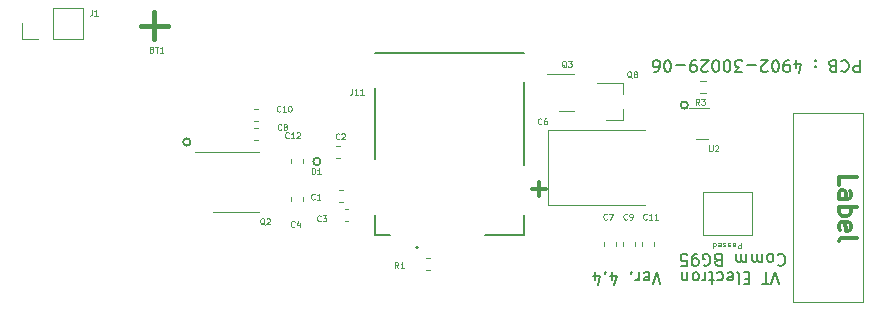
<source format=gbr>
%TF.GenerationSoftware,KiCad,Pcbnew,8.0.4*%
%TF.CreationDate,2024-09-18T13:26:39+01:00*%
%TF.ProjectId,BG95V4,42473935-5634-42e6-9b69-6361645f7063,rev?*%
%TF.SameCoordinates,Original*%
%TF.FileFunction,Legend,Top*%
%TF.FilePolarity,Positive*%
%FSLAX46Y46*%
G04 Gerber Fmt 4.6, Leading zero omitted, Abs format (unit mm)*
G04 Created by KiCad (PCBNEW 8.0.4) date 2024-09-18 13:26:39*
%MOMM*%
%LPD*%
G01*
G04 APERTURE LIST*
%ADD10C,0.200000*%
%ADD11C,0.100000*%
%ADD12C,0.300000*%
%ADD13C,0.450000*%
%ADD14C,0.120000*%
%ADD15C,0.127000*%
G04 APERTURE END LIST*
D10*
X28758047Y9398000D02*
G75*
G02*
X28137953Y9398000I-310047J0D01*
G01*
X28137953Y9398000D02*
G75*
G02*
X28758047Y9398000I310047J0D01*
G01*
X59873047Y14173200D02*
G75*
G02*
X59252953Y14173200I-310047J0D01*
G01*
X59252953Y14173200D02*
G75*
G02*
X59873047Y14173200I310047J0D01*
G01*
X17759847Y11049000D02*
G75*
G02*
X17139753Y11049000I-310047J0D01*
G01*
X17139753Y11049000D02*
G75*
G02*
X17759847Y11049000I310047J0D01*
G01*
D11*
X61137800Y6858000D02*
X65252600Y6858000D01*
X65252600Y3200400D01*
X61137800Y3200400D01*
X61137800Y6858000D01*
D10*
X74422494Y17978219D02*
X74422494Y16978219D01*
X74422494Y16978219D02*
X74041542Y16978219D01*
X74041542Y16978219D02*
X73946304Y17025838D01*
X73946304Y17025838D02*
X73898685Y17073457D01*
X73898685Y17073457D02*
X73851066Y17168695D01*
X73851066Y17168695D02*
X73851066Y17311552D01*
X73851066Y17311552D02*
X73898685Y17406790D01*
X73898685Y17406790D02*
X73946304Y17454409D01*
X73946304Y17454409D02*
X74041542Y17502028D01*
X74041542Y17502028D02*
X74422494Y17502028D01*
X72851066Y17882980D02*
X72898685Y17930600D01*
X72898685Y17930600D02*
X73041542Y17978219D01*
X73041542Y17978219D02*
X73136780Y17978219D01*
X73136780Y17978219D02*
X73279637Y17930600D01*
X73279637Y17930600D02*
X73374875Y17835361D01*
X73374875Y17835361D02*
X73422494Y17740123D01*
X73422494Y17740123D02*
X73470113Y17549647D01*
X73470113Y17549647D02*
X73470113Y17406790D01*
X73470113Y17406790D02*
X73422494Y17216314D01*
X73422494Y17216314D02*
X73374875Y17121076D01*
X73374875Y17121076D02*
X73279637Y17025838D01*
X73279637Y17025838D02*
X73136780Y16978219D01*
X73136780Y16978219D02*
X73041542Y16978219D01*
X73041542Y16978219D02*
X72898685Y17025838D01*
X72898685Y17025838D02*
X72851066Y17073457D01*
X72089161Y17454409D02*
X71946304Y17502028D01*
X71946304Y17502028D02*
X71898685Y17549647D01*
X71898685Y17549647D02*
X71851066Y17644885D01*
X71851066Y17644885D02*
X71851066Y17787742D01*
X71851066Y17787742D02*
X71898685Y17882980D01*
X71898685Y17882980D02*
X71946304Y17930600D01*
X71946304Y17930600D02*
X72041542Y17978219D01*
X72041542Y17978219D02*
X72422494Y17978219D01*
X72422494Y17978219D02*
X72422494Y16978219D01*
X72422494Y16978219D02*
X72089161Y16978219D01*
X72089161Y16978219D02*
X71993923Y17025838D01*
X71993923Y17025838D02*
X71946304Y17073457D01*
X71946304Y17073457D02*
X71898685Y17168695D01*
X71898685Y17168695D02*
X71898685Y17263933D01*
X71898685Y17263933D02*
X71946304Y17359171D01*
X71946304Y17359171D02*
X71993923Y17406790D01*
X71993923Y17406790D02*
X72089161Y17454409D01*
X72089161Y17454409D02*
X72422494Y17454409D01*
X70660589Y17882980D02*
X70612970Y17930600D01*
X70612970Y17930600D02*
X70660589Y17978219D01*
X70660589Y17978219D02*
X70708208Y17930600D01*
X70708208Y17930600D02*
X70660589Y17882980D01*
X70660589Y17882980D02*
X70660589Y17978219D01*
X70660589Y17359171D02*
X70612970Y17406790D01*
X70612970Y17406790D02*
X70660589Y17454409D01*
X70660589Y17454409D02*
X70708208Y17406790D01*
X70708208Y17406790D02*
X70660589Y17359171D01*
X70660589Y17359171D02*
X70660589Y17454409D01*
X68993923Y17311552D02*
X68993923Y17978219D01*
X69232018Y16930600D02*
X69470113Y17644885D01*
X69470113Y17644885D02*
X68851066Y17644885D01*
X68422494Y17978219D02*
X68232018Y17978219D01*
X68232018Y17978219D02*
X68136780Y17930600D01*
X68136780Y17930600D02*
X68089161Y17882980D01*
X68089161Y17882980D02*
X67993923Y17740123D01*
X67993923Y17740123D02*
X67946304Y17549647D01*
X67946304Y17549647D02*
X67946304Y17168695D01*
X67946304Y17168695D02*
X67993923Y17073457D01*
X67993923Y17073457D02*
X68041542Y17025838D01*
X68041542Y17025838D02*
X68136780Y16978219D01*
X68136780Y16978219D02*
X68327256Y16978219D01*
X68327256Y16978219D02*
X68422494Y17025838D01*
X68422494Y17025838D02*
X68470113Y17073457D01*
X68470113Y17073457D02*
X68517732Y17168695D01*
X68517732Y17168695D02*
X68517732Y17406790D01*
X68517732Y17406790D02*
X68470113Y17502028D01*
X68470113Y17502028D02*
X68422494Y17549647D01*
X68422494Y17549647D02*
X68327256Y17597266D01*
X68327256Y17597266D02*
X68136780Y17597266D01*
X68136780Y17597266D02*
X68041542Y17549647D01*
X68041542Y17549647D02*
X67993923Y17502028D01*
X67993923Y17502028D02*
X67946304Y17406790D01*
X67327256Y16978219D02*
X67232018Y16978219D01*
X67232018Y16978219D02*
X67136780Y17025838D01*
X67136780Y17025838D02*
X67089161Y17073457D01*
X67089161Y17073457D02*
X67041542Y17168695D01*
X67041542Y17168695D02*
X66993923Y17359171D01*
X66993923Y17359171D02*
X66993923Y17597266D01*
X66993923Y17597266D02*
X67041542Y17787742D01*
X67041542Y17787742D02*
X67089161Y17882980D01*
X67089161Y17882980D02*
X67136780Y17930600D01*
X67136780Y17930600D02*
X67232018Y17978219D01*
X67232018Y17978219D02*
X67327256Y17978219D01*
X67327256Y17978219D02*
X67422494Y17930600D01*
X67422494Y17930600D02*
X67470113Y17882980D01*
X67470113Y17882980D02*
X67517732Y17787742D01*
X67517732Y17787742D02*
X67565351Y17597266D01*
X67565351Y17597266D02*
X67565351Y17359171D01*
X67565351Y17359171D02*
X67517732Y17168695D01*
X67517732Y17168695D02*
X67470113Y17073457D01*
X67470113Y17073457D02*
X67422494Y17025838D01*
X67422494Y17025838D02*
X67327256Y16978219D01*
X66612970Y17073457D02*
X66565351Y17025838D01*
X66565351Y17025838D02*
X66470113Y16978219D01*
X66470113Y16978219D02*
X66232018Y16978219D01*
X66232018Y16978219D02*
X66136780Y17025838D01*
X66136780Y17025838D02*
X66089161Y17073457D01*
X66089161Y17073457D02*
X66041542Y17168695D01*
X66041542Y17168695D02*
X66041542Y17263933D01*
X66041542Y17263933D02*
X66089161Y17406790D01*
X66089161Y17406790D02*
X66660589Y17978219D01*
X66660589Y17978219D02*
X66041542Y17978219D01*
X65612970Y17597266D02*
X64851066Y17597266D01*
X64470113Y16978219D02*
X63851066Y16978219D01*
X63851066Y16978219D02*
X64184399Y17359171D01*
X64184399Y17359171D02*
X64041542Y17359171D01*
X64041542Y17359171D02*
X63946304Y17406790D01*
X63946304Y17406790D02*
X63898685Y17454409D01*
X63898685Y17454409D02*
X63851066Y17549647D01*
X63851066Y17549647D02*
X63851066Y17787742D01*
X63851066Y17787742D02*
X63898685Y17882980D01*
X63898685Y17882980D02*
X63946304Y17930600D01*
X63946304Y17930600D02*
X64041542Y17978219D01*
X64041542Y17978219D02*
X64327256Y17978219D01*
X64327256Y17978219D02*
X64422494Y17930600D01*
X64422494Y17930600D02*
X64470113Y17882980D01*
X63232018Y16978219D02*
X63136780Y16978219D01*
X63136780Y16978219D02*
X63041542Y17025838D01*
X63041542Y17025838D02*
X62993923Y17073457D01*
X62993923Y17073457D02*
X62946304Y17168695D01*
X62946304Y17168695D02*
X62898685Y17359171D01*
X62898685Y17359171D02*
X62898685Y17597266D01*
X62898685Y17597266D02*
X62946304Y17787742D01*
X62946304Y17787742D02*
X62993923Y17882980D01*
X62993923Y17882980D02*
X63041542Y17930600D01*
X63041542Y17930600D02*
X63136780Y17978219D01*
X63136780Y17978219D02*
X63232018Y17978219D01*
X63232018Y17978219D02*
X63327256Y17930600D01*
X63327256Y17930600D02*
X63374875Y17882980D01*
X63374875Y17882980D02*
X63422494Y17787742D01*
X63422494Y17787742D02*
X63470113Y17597266D01*
X63470113Y17597266D02*
X63470113Y17359171D01*
X63470113Y17359171D02*
X63422494Y17168695D01*
X63422494Y17168695D02*
X63374875Y17073457D01*
X63374875Y17073457D02*
X63327256Y17025838D01*
X63327256Y17025838D02*
X63232018Y16978219D01*
X62279637Y16978219D02*
X62184399Y16978219D01*
X62184399Y16978219D02*
X62089161Y17025838D01*
X62089161Y17025838D02*
X62041542Y17073457D01*
X62041542Y17073457D02*
X61993923Y17168695D01*
X61993923Y17168695D02*
X61946304Y17359171D01*
X61946304Y17359171D02*
X61946304Y17597266D01*
X61946304Y17597266D02*
X61993923Y17787742D01*
X61993923Y17787742D02*
X62041542Y17882980D01*
X62041542Y17882980D02*
X62089161Y17930600D01*
X62089161Y17930600D02*
X62184399Y17978219D01*
X62184399Y17978219D02*
X62279637Y17978219D01*
X62279637Y17978219D02*
X62374875Y17930600D01*
X62374875Y17930600D02*
X62422494Y17882980D01*
X62422494Y17882980D02*
X62470113Y17787742D01*
X62470113Y17787742D02*
X62517732Y17597266D01*
X62517732Y17597266D02*
X62517732Y17359171D01*
X62517732Y17359171D02*
X62470113Y17168695D01*
X62470113Y17168695D02*
X62422494Y17073457D01*
X62422494Y17073457D02*
X62374875Y17025838D01*
X62374875Y17025838D02*
X62279637Y16978219D01*
X61565351Y17073457D02*
X61517732Y17025838D01*
X61517732Y17025838D02*
X61422494Y16978219D01*
X61422494Y16978219D02*
X61184399Y16978219D01*
X61184399Y16978219D02*
X61089161Y17025838D01*
X61089161Y17025838D02*
X61041542Y17073457D01*
X61041542Y17073457D02*
X60993923Y17168695D01*
X60993923Y17168695D02*
X60993923Y17263933D01*
X60993923Y17263933D02*
X61041542Y17406790D01*
X61041542Y17406790D02*
X61612970Y17978219D01*
X61612970Y17978219D02*
X60993923Y17978219D01*
X60517732Y17978219D02*
X60327256Y17978219D01*
X60327256Y17978219D02*
X60232018Y17930600D01*
X60232018Y17930600D02*
X60184399Y17882980D01*
X60184399Y17882980D02*
X60089161Y17740123D01*
X60089161Y17740123D02*
X60041542Y17549647D01*
X60041542Y17549647D02*
X60041542Y17168695D01*
X60041542Y17168695D02*
X60089161Y17073457D01*
X60089161Y17073457D02*
X60136780Y17025838D01*
X60136780Y17025838D02*
X60232018Y16978219D01*
X60232018Y16978219D02*
X60422494Y16978219D01*
X60422494Y16978219D02*
X60517732Y17025838D01*
X60517732Y17025838D02*
X60565351Y17073457D01*
X60565351Y17073457D02*
X60612970Y17168695D01*
X60612970Y17168695D02*
X60612970Y17406790D01*
X60612970Y17406790D02*
X60565351Y17502028D01*
X60565351Y17502028D02*
X60517732Y17549647D01*
X60517732Y17549647D02*
X60422494Y17597266D01*
X60422494Y17597266D02*
X60232018Y17597266D01*
X60232018Y17597266D02*
X60136780Y17549647D01*
X60136780Y17549647D02*
X60089161Y17502028D01*
X60089161Y17502028D02*
X60041542Y17406790D01*
X59612970Y17597266D02*
X58851066Y17597266D01*
X58184399Y16978219D02*
X58089161Y16978219D01*
X58089161Y16978219D02*
X57993923Y17025838D01*
X57993923Y17025838D02*
X57946304Y17073457D01*
X57946304Y17073457D02*
X57898685Y17168695D01*
X57898685Y17168695D02*
X57851066Y17359171D01*
X57851066Y17359171D02*
X57851066Y17597266D01*
X57851066Y17597266D02*
X57898685Y17787742D01*
X57898685Y17787742D02*
X57946304Y17882980D01*
X57946304Y17882980D02*
X57993923Y17930600D01*
X57993923Y17930600D02*
X58089161Y17978219D01*
X58089161Y17978219D02*
X58184399Y17978219D01*
X58184399Y17978219D02*
X58279637Y17930600D01*
X58279637Y17930600D02*
X58327256Y17882980D01*
X58327256Y17882980D02*
X58374875Y17787742D01*
X58374875Y17787742D02*
X58422494Y17597266D01*
X58422494Y17597266D02*
X58422494Y17359171D01*
X58422494Y17359171D02*
X58374875Y17168695D01*
X58374875Y17168695D02*
X58327256Y17073457D01*
X58327256Y17073457D02*
X58279637Y17025838D01*
X58279637Y17025838D02*
X58184399Y16978219D01*
X56993923Y16978219D02*
X57184399Y16978219D01*
X57184399Y16978219D02*
X57279637Y17025838D01*
X57279637Y17025838D02*
X57327256Y17073457D01*
X57327256Y17073457D02*
X57422494Y17216314D01*
X57422494Y17216314D02*
X57470113Y17406790D01*
X57470113Y17406790D02*
X57470113Y17787742D01*
X57470113Y17787742D02*
X57422494Y17882980D01*
X57422494Y17882980D02*
X57374875Y17930600D01*
X57374875Y17930600D02*
X57279637Y17978219D01*
X57279637Y17978219D02*
X57089161Y17978219D01*
X57089161Y17978219D02*
X56993923Y17930600D01*
X56993923Y17930600D02*
X56946304Y17882980D01*
X56946304Y17882980D02*
X56898685Y17787742D01*
X56898685Y17787742D02*
X56898685Y17549647D01*
X56898685Y17549647D02*
X56946304Y17454409D01*
X56946304Y17454409D02*
X56993923Y17406790D01*
X56993923Y17406790D02*
X57089161Y17359171D01*
X57089161Y17359171D02*
X57279637Y17359171D01*
X57279637Y17359171D02*
X57374875Y17406790D01*
X57374875Y17406790D02*
X57422494Y17454409D01*
X57422494Y17454409D02*
X57470113Y17549647D01*
X67594762Y-997152D02*
X67261429Y2847D01*
X67261429Y2847D02*
X66928096Y-997152D01*
X66737619Y-997152D02*
X66166191Y-997152D01*
X66451905Y2847D02*
X66451905Y-997152D01*
X65070952Y-520962D02*
X64737619Y-520962D01*
X64594762Y2847D02*
X65070952Y2847D01*
X65070952Y2847D02*
X65070952Y-997152D01*
X65070952Y-997152D02*
X64594762Y-997152D01*
X64023333Y2847D02*
X64118571Y-44772D01*
X64118571Y-44772D02*
X64166190Y-140010D01*
X64166190Y-140010D02*
X64166190Y-997152D01*
X63261428Y-44772D02*
X63356666Y2847D01*
X63356666Y2847D02*
X63547142Y2847D01*
X63547142Y2847D02*
X63642380Y-44772D01*
X63642380Y-44772D02*
X63689999Y-140010D01*
X63689999Y-140010D02*
X63689999Y-520962D01*
X63689999Y-520962D02*
X63642380Y-616200D01*
X63642380Y-616200D02*
X63547142Y-663819D01*
X63547142Y-663819D02*
X63356666Y-663819D01*
X63356666Y-663819D02*
X63261428Y-616200D01*
X63261428Y-616200D02*
X63213809Y-520962D01*
X63213809Y-520962D02*
X63213809Y-425724D01*
X63213809Y-425724D02*
X63689999Y-330486D01*
X62356666Y-44772D02*
X62451904Y2847D01*
X62451904Y2847D02*
X62642380Y2847D01*
X62642380Y2847D02*
X62737618Y-44772D01*
X62737618Y-44772D02*
X62785237Y-92391D01*
X62785237Y-92391D02*
X62832856Y-187629D01*
X62832856Y-187629D02*
X62832856Y-473343D01*
X62832856Y-473343D02*
X62785237Y-568581D01*
X62785237Y-568581D02*
X62737618Y-616200D01*
X62737618Y-616200D02*
X62642380Y-663819D01*
X62642380Y-663819D02*
X62451904Y-663819D01*
X62451904Y-663819D02*
X62356666Y-616200D01*
X62070951Y-663819D02*
X61689999Y-663819D01*
X61928094Y-997152D02*
X61928094Y-140010D01*
X61928094Y-140010D02*
X61880475Y-44772D01*
X61880475Y-44772D02*
X61785237Y2847D01*
X61785237Y2847D02*
X61689999Y2847D01*
X61356665Y2847D02*
X61356665Y-663819D01*
X61356665Y-473343D02*
X61309046Y-568581D01*
X61309046Y-568581D02*
X61261427Y-616200D01*
X61261427Y-616200D02*
X61166189Y-663819D01*
X61166189Y-663819D02*
X61070951Y-663819D01*
X60594760Y2847D02*
X60689998Y-44772D01*
X60689998Y-44772D02*
X60737617Y-92391D01*
X60737617Y-92391D02*
X60785236Y-187629D01*
X60785236Y-187629D02*
X60785236Y-473343D01*
X60785236Y-473343D02*
X60737617Y-568581D01*
X60737617Y-568581D02*
X60689998Y-616200D01*
X60689998Y-616200D02*
X60594760Y-663819D01*
X60594760Y-663819D02*
X60451903Y-663819D01*
X60451903Y-663819D02*
X60356665Y-616200D01*
X60356665Y-616200D02*
X60309046Y-568581D01*
X60309046Y-568581D02*
X60261427Y-473343D01*
X60261427Y-473343D02*
X60261427Y-187629D01*
X60261427Y-187629D02*
X60309046Y-92391D01*
X60309046Y-92391D02*
X60356665Y-44772D01*
X60356665Y-44772D02*
X60451903Y2847D01*
X60451903Y2847D02*
X60594760Y2847D01*
X59832855Y-663819D02*
X59832855Y2847D01*
X59832855Y-568581D02*
X59785236Y-616200D01*
X59785236Y-616200D02*
X59689998Y-663819D01*
X59689998Y-663819D02*
X59547141Y-663819D01*
X59547141Y-663819D02*
X59451903Y-616200D01*
X59451903Y-616200D02*
X59404284Y-520962D01*
X59404284Y-520962D02*
X59404284Y2847D01*
X57547140Y-997152D02*
X57213807Y2847D01*
X57213807Y2847D02*
X56880474Y-997152D01*
X56166188Y-44772D02*
X56261426Y2847D01*
X56261426Y2847D02*
X56451902Y2847D01*
X56451902Y2847D02*
X56547140Y-44772D01*
X56547140Y-44772D02*
X56594759Y-140010D01*
X56594759Y-140010D02*
X56594759Y-520962D01*
X56594759Y-520962D02*
X56547140Y-616200D01*
X56547140Y-616200D02*
X56451902Y-663819D01*
X56451902Y-663819D02*
X56261426Y-663819D01*
X56261426Y-663819D02*
X56166188Y-616200D01*
X56166188Y-616200D02*
X56118569Y-520962D01*
X56118569Y-520962D02*
X56118569Y-425724D01*
X56118569Y-425724D02*
X56594759Y-330486D01*
X55689997Y2847D02*
X55689997Y-663819D01*
X55689997Y-473343D02*
X55642378Y-568581D01*
X55642378Y-568581D02*
X55594759Y-616200D01*
X55594759Y-616200D02*
X55499521Y-663819D01*
X55499521Y-663819D02*
X55404283Y-663819D01*
X55070949Y-92391D02*
X55023330Y-44772D01*
X55023330Y-44772D02*
X55070949Y2847D01*
X55070949Y2847D02*
X55118568Y-44772D01*
X55118568Y-44772D02*
X55070949Y-92391D01*
X55070949Y-92391D02*
X55070949Y2847D01*
X53404283Y-663819D02*
X53404283Y2847D01*
X53642378Y-1044772D02*
X53880473Y-330486D01*
X53880473Y-330486D02*
X53261426Y-330486D01*
X52880473Y-92391D02*
X52832854Y-44772D01*
X52832854Y-44772D02*
X52880473Y2847D01*
X52880473Y2847D02*
X52928092Y-44772D01*
X52928092Y-44772D02*
X52880473Y-92391D01*
X52880473Y-92391D02*
X52880473Y2847D01*
X51975712Y-663819D02*
X51975712Y2847D01*
X52213807Y-1044772D02*
X52451902Y-330486D01*
X52451902Y-330486D02*
X51832855Y-330486D01*
D12*
X72651471Y7389571D02*
X72651471Y8103857D01*
X72651471Y8103857D02*
X74151471Y8103857D01*
X72651471Y6246714D02*
X73437185Y6246714D01*
X73437185Y6246714D02*
X73580042Y6318142D01*
X73580042Y6318142D02*
X73651471Y6460999D01*
X73651471Y6460999D02*
X73651471Y6746714D01*
X73651471Y6746714D02*
X73580042Y6889571D01*
X72722900Y6246714D02*
X72651471Y6389571D01*
X72651471Y6389571D02*
X72651471Y6746714D01*
X72651471Y6746714D02*
X72722900Y6889571D01*
X72722900Y6889571D02*
X72865757Y6960999D01*
X72865757Y6960999D02*
X73008614Y6960999D01*
X73008614Y6960999D02*
X73151471Y6889571D01*
X73151471Y6889571D02*
X73222900Y6746714D01*
X73222900Y6746714D02*
X73222900Y6389571D01*
X73222900Y6389571D02*
X73294328Y6246714D01*
X72651471Y5532428D02*
X74151471Y5532428D01*
X73580042Y5532428D02*
X73651471Y5389571D01*
X73651471Y5389571D02*
X73651471Y5103856D01*
X73651471Y5103856D02*
X73580042Y4960999D01*
X73580042Y4960999D02*
X73508614Y4889571D01*
X73508614Y4889571D02*
X73365757Y4818142D01*
X73365757Y4818142D02*
X72937185Y4818142D01*
X72937185Y4818142D02*
X72794328Y4889571D01*
X72794328Y4889571D02*
X72722900Y4960999D01*
X72722900Y4960999D02*
X72651471Y5103856D01*
X72651471Y5103856D02*
X72651471Y5389571D01*
X72651471Y5389571D02*
X72722900Y5532428D01*
X72722900Y3603856D02*
X72651471Y3746713D01*
X72651471Y3746713D02*
X72651471Y4032428D01*
X72651471Y4032428D02*
X72722900Y4175285D01*
X72722900Y4175285D02*
X72865757Y4246713D01*
X72865757Y4246713D02*
X73437185Y4246713D01*
X73437185Y4246713D02*
X73580042Y4175285D01*
X73580042Y4175285D02*
X73651471Y4032428D01*
X73651471Y4032428D02*
X73651471Y3746713D01*
X73651471Y3746713D02*
X73580042Y3603856D01*
X73580042Y3603856D02*
X73437185Y3532428D01*
X73437185Y3532428D02*
X73294328Y3532428D01*
X73294328Y3532428D02*
X73151471Y4246713D01*
X72651471Y2675285D02*
X72722900Y2818142D01*
X72722900Y2818142D02*
X72865757Y2889571D01*
X72865757Y2889571D02*
X74151471Y2889571D01*
D11*
X64372180Y2537509D02*
X64372180Y2037509D01*
X64372180Y2037509D02*
X64181704Y2037509D01*
X64181704Y2037509D02*
X64134085Y2061319D01*
X64134085Y2061319D02*
X64110275Y2085128D01*
X64110275Y2085128D02*
X64086466Y2132747D01*
X64086466Y2132747D02*
X64086466Y2204176D01*
X64086466Y2204176D02*
X64110275Y2251795D01*
X64110275Y2251795D02*
X64134085Y2275604D01*
X64134085Y2275604D02*
X64181704Y2299414D01*
X64181704Y2299414D02*
X64372180Y2299414D01*
X63657894Y2537509D02*
X63657894Y2275604D01*
X63657894Y2275604D02*
X63681704Y2227985D01*
X63681704Y2227985D02*
X63729323Y2204176D01*
X63729323Y2204176D02*
X63824561Y2204176D01*
X63824561Y2204176D02*
X63872180Y2227985D01*
X63657894Y2513700D02*
X63705513Y2537509D01*
X63705513Y2537509D02*
X63824561Y2537509D01*
X63824561Y2537509D02*
X63872180Y2513700D01*
X63872180Y2513700D02*
X63895989Y2466080D01*
X63895989Y2466080D02*
X63895989Y2418461D01*
X63895989Y2418461D02*
X63872180Y2370842D01*
X63872180Y2370842D02*
X63824561Y2347033D01*
X63824561Y2347033D02*
X63705513Y2347033D01*
X63705513Y2347033D02*
X63657894Y2323223D01*
X63443608Y2513700D02*
X63395989Y2537509D01*
X63395989Y2537509D02*
X63300751Y2537509D01*
X63300751Y2537509D02*
X63253132Y2513700D01*
X63253132Y2513700D02*
X63229323Y2466080D01*
X63229323Y2466080D02*
X63229323Y2442271D01*
X63229323Y2442271D02*
X63253132Y2394652D01*
X63253132Y2394652D02*
X63300751Y2370842D01*
X63300751Y2370842D02*
X63372180Y2370842D01*
X63372180Y2370842D02*
X63419799Y2347033D01*
X63419799Y2347033D02*
X63443608Y2299414D01*
X63443608Y2299414D02*
X63443608Y2275604D01*
X63443608Y2275604D02*
X63419799Y2227985D01*
X63419799Y2227985D02*
X63372180Y2204176D01*
X63372180Y2204176D02*
X63300751Y2204176D01*
X63300751Y2204176D02*
X63253132Y2227985D01*
X63038846Y2513700D02*
X62991227Y2537509D01*
X62991227Y2537509D02*
X62895989Y2537509D01*
X62895989Y2537509D02*
X62848370Y2513700D01*
X62848370Y2513700D02*
X62824561Y2466080D01*
X62824561Y2466080D02*
X62824561Y2442271D01*
X62824561Y2442271D02*
X62848370Y2394652D01*
X62848370Y2394652D02*
X62895989Y2370842D01*
X62895989Y2370842D02*
X62967418Y2370842D01*
X62967418Y2370842D02*
X63015037Y2347033D01*
X63015037Y2347033D02*
X63038846Y2299414D01*
X63038846Y2299414D02*
X63038846Y2275604D01*
X63038846Y2275604D02*
X63015037Y2227985D01*
X63015037Y2227985D02*
X62967418Y2204176D01*
X62967418Y2204176D02*
X62895989Y2204176D01*
X62895989Y2204176D02*
X62848370Y2227985D01*
X62419799Y2513700D02*
X62467418Y2537509D01*
X62467418Y2537509D02*
X62562656Y2537509D01*
X62562656Y2537509D02*
X62610275Y2513700D01*
X62610275Y2513700D02*
X62634084Y2466080D01*
X62634084Y2466080D02*
X62634084Y2275604D01*
X62634084Y2275604D02*
X62610275Y2227985D01*
X62610275Y2227985D02*
X62562656Y2204176D01*
X62562656Y2204176D02*
X62467418Y2204176D01*
X62467418Y2204176D02*
X62419799Y2227985D01*
X62419799Y2227985D02*
X62395989Y2275604D01*
X62395989Y2275604D02*
X62395989Y2323223D01*
X62395989Y2323223D02*
X62634084Y2370842D01*
X61967418Y2537509D02*
X61967418Y2037509D01*
X61967418Y2513700D02*
X62015037Y2537509D01*
X62015037Y2537509D02*
X62110275Y2537509D01*
X62110275Y2537509D02*
X62157894Y2513700D01*
X62157894Y2513700D02*
X62181704Y2489890D01*
X62181704Y2489890D02*
X62205513Y2442271D01*
X62205513Y2442271D02*
X62205513Y2299414D01*
X62205513Y2299414D02*
X62181704Y2251795D01*
X62181704Y2251795D02*
X62157894Y2227985D01*
X62157894Y2227985D02*
X62110275Y2204176D01*
X62110275Y2204176D02*
X62015037Y2204176D01*
X62015037Y2204176D02*
X61967418Y2227985D01*
D10*
X67487323Y1482408D02*
X67534942Y1530028D01*
X67534942Y1530028D02*
X67677799Y1577647D01*
X67677799Y1577647D02*
X67773037Y1577647D01*
X67773037Y1577647D02*
X67915894Y1530028D01*
X67915894Y1530028D02*
X68011132Y1434789D01*
X68011132Y1434789D02*
X68058751Y1339551D01*
X68058751Y1339551D02*
X68106370Y1149075D01*
X68106370Y1149075D02*
X68106370Y1006218D01*
X68106370Y1006218D02*
X68058751Y815742D01*
X68058751Y815742D02*
X68011132Y720504D01*
X68011132Y720504D02*
X67915894Y625266D01*
X67915894Y625266D02*
X67773037Y577647D01*
X67773037Y577647D02*
X67677799Y577647D01*
X67677799Y577647D02*
X67534942Y625266D01*
X67534942Y625266D02*
X67487323Y672885D01*
X66915894Y1577647D02*
X67011132Y1530028D01*
X67011132Y1530028D02*
X67058751Y1482408D01*
X67058751Y1482408D02*
X67106370Y1387170D01*
X67106370Y1387170D02*
X67106370Y1101456D01*
X67106370Y1101456D02*
X67058751Y1006218D01*
X67058751Y1006218D02*
X67011132Y958599D01*
X67011132Y958599D02*
X66915894Y910980D01*
X66915894Y910980D02*
X66773037Y910980D01*
X66773037Y910980D02*
X66677799Y958599D01*
X66677799Y958599D02*
X66630180Y1006218D01*
X66630180Y1006218D02*
X66582561Y1101456D01*
X66582561Y1101456D02*
X66582561Y1387170D01*
X66582561Y1387170D02*
X66630180Y1482408D01*
X66630180Y1482408D02*
X66677799Y1530028D01*
X66677799Y1530028D02*
X66773037Y1577647D01*
X66773037Y1577647D02*
X66915894Y1577647D01*
X66153989Y1577647D02*
X66153989Y910980D01*
X66153989Y1006218D02*
X66106370Y958599D01*
X66106370Y958599D02*
X66011132Y910980D01*
X66011132Y910980D02*
X65868275Y910980D01*
X65868275Y910980D02*
X65773037Y958599D01*
X65773037Y958599D02*
X65725418Y1053837D01*
X65725418Y1053837D02*
X65725418Y1577647D01*
X65725418Y1053837D02*
X65677799Y958599D01*
X65677799Y958599D02*
X65582561Y910980D01*
X65582561Y910980D02*
X65439704Y910980D01*
X65439704Y910980D02*
X65344465Y958599D01*
X65344465Y958599D02*
X65296846Y1053837D01*
X65296846Y1053837D02*
X65296846Y1577647D01*
X64820656Y1577647D02*
X64820656Y910980D01*
X64820656Y1006218D02*
X64773037Y958599D01*
X64773037Y958599D02*
X64677799Y910980D01*
X64677799Y910980D02*
X64534942Y910980D01*
X64534942Y910980D02*
X64439704Y958599D01*
X64439704Y958599D02*
X64392085Y1053837D01*
X64392085Y1053837D02*
X64392085Y1577647D01*
X64392085Y1053837D02*
X64344466Y958599D01*
X64344466Y958599D02*
X64249228Y910980D01*
X64249228Y910980D02*
X64106371Y910980D01*
X64106371Y910980D02*
X64011132Y958599D01*
X64011132Y958599D02*
X63963513Y1053837D01*
X63963513Y1053837D02*
X63963513Y1577647D01*
X62392085Y1053837D02*
X62249228Y1101456D01*
X62249228Y1101456D02*
X62201609Y1149075D01*
X62201609Y1149075D02*
X62153990Y1244313D01*
X62153990Y1244313D02*
X62153990Y1387170D01*
X62153990Y1387170D02*
X62201609Y1482408D01*
X62201609Y1482408D02*
X62249228Y1530028D01*
X62249228Y1530028D02*
X62344466Y1577647D01*
X62344466Y1577647D02*
X62725418Y1577647D01*
X62725418Y1577647D02*
X62725418Y577647D01*
X62725418Y577647D02*
X62392085Y577647D01*
X62392085Y577647D02*
X62296847Y625266D01*
X62296847Y625266D02*
X62249228Y672885D01*
X62249228Y672885D02*
X62201609Y768123D01*
X62201609Y768123D02*
X62201609Y863361D01*
X62201609Y863361D02*
X62249228Y958599D01*
X62249228Y958599D02*
X62296847Y1006218D01*
X62296847Y1006218D02*
X62392085Y1053837D01*
X62392085Y1053837D02*
X62725418Y1053837D01*
X61201609Y625266D02*
X61296847Y577647D01*
X61296847Y577647D02*
X61439704Y577647D01*
X61439704Y577647D02*
X61582561Y625266D01*
X61582561Y625266D02*
X61677799Y720504D01*
X61677799Y720504D02*
X61725418Y815742D01*
X61725418Y815742D02*
X61773037Y1006218D01*
X61773037Y1006218D02*
X61773037Y1149075D01*
X61773037Y1149075D02*
X61725418Y1339551D01*
X61725418Y1339551D02*
X61677799Y1434789D01*
X61677799Y1434789D02*
X61582561Y1530028D01*
X61582561Y1530028D02*
X61439704Y1577647D01*
X61439704Y1577647D02*
X61344466Y1577647D01*
X61344466Y1577647D02*
X61201609Y1530028D01*
X61201609Y1530028D02*
X61153990Y1482408D01*
X61153990Y1482408D02*
X61153990Y1149075D01*
X61153990Y1149075D02*
X61344466Y1149075D01*
X60677799Y1577647D02*
X60487323Y1577647D01*
X60487323Y1577647D02*
X60392085Y1530028D01*
X60392085Y1530028D02*
X60344466Y1482408D01*
X60344466Y1482408D02*
X60249228Y1339551D01*
X60249228Y1339551D02*
X60201609Y1149075D01*
X60201609Y1149075D02*
X60201609Y768123D01*
X60201609Y768123D02*
X60249228Y672885D01*
X60249228Y672885D02*
X60296847Y625266D01*
X60296847Y625266D02*
X60392085Y577647D01*
X60392085Y577647D02*
X60582561Y577647D01*
X60582561Y577647D02*
X60677799Y625266D01*
X60677799Y625266D02*
X60725418Y672885D01*
X60725418Y672885D02*
X60773037Y768123D01*
X60773037Y768123D02*
X60773037Y1006218D01*
X60773037Y1006218D02*
X60725418Y1101456D01*
X60725418Y1101456D02*
X60677799Y1149075D01*
X60677799Y1149075D02*
X60582561Y1196694D01*
X60582561Y1196694D02*
X60392085Y1196694D01*
X60392085Y1196694D02*
X60296847Y1149075D01*
X60296847Y1149075D02*
X60249228Y1101456D01*
X60249228Y1101456D02*
X60201609Y1006218D01*
X59296847Y577647D02*
X59773037Y577647D01*
X59773037Y577647D02*
X59820656Y1053837D01*
X59820656Y1053837D02*
X59773037Y1006218D01*
X59773037Y1006218D02*
X59677799Y958599D01*
X59677799Y958599D02*
X59439704Y958599D01*
X59439704Y958599D02*
X59344466Y1006218D01*
X59344466Y1006218D02*
X59296847Y1053837D01*
X59296847Y1053837D02*
X59249228Y1149075D01*
X59249228Y1149075D02*
X59249228Y1387170D01*
X59249228Y1387170D02*
X59296847Y1482408D01*
X59296847Y1482408D02*
X59344466Y1530028D01*
X59344466Y1530028D02*
X59439704Y1577647D01*
X59439704Y1577647D02*
X59677799Y1577647D01*
X59677799Y1577647D02*
X59773037Y1530028D01*
X59773037Y1530028D02*
X59820656Y1482408D01*
D12*
X46672571Y7055900D02*
X47815429Y7055900D01*
X47244000Y6484471D02*
X47244000Y7627328D01*
D11*
X28263066Y6222309D02*
X28239257Y6198500D01*
X28239257Y6198500D02*
X28167828Y6174690D01*
X28167828Y6174690D02*
X28120209Y6174690D01*
X28120209Y6174690D02*
X28048781Y6198500D01*
X28048781Y6198500D02*
X28001162Y6246119D01*
X28001162Y6246119D02*
X27977352Y6293738D01*
X27977352Y6293738D02*
X27953543Y6388976D01*
X27953543Y6388976D02*
X27953543Y6460404D01*
X27953543Y6460404D02*
X27977352Y6555642D01*
X27977352Y6555642D02*
X28001162Y6603261D01*
X28001162Y6603261D02*
X28048781Y6650880D01*
X28048781Y6650880D02*
X28120209Y6674690D01*
X28120209Y6674690D02*
X28167828Y6674690D01*
X28167828Y6674690D02*
X28239257Y6650880D01*
X28239257Y6650880D02*
X28263066Y6627071D01*
X28739257Y6174690D02*
X28453543Y6174690D01*
X28596400Y6174690D02*
X28596400Y6674690D01*
X28596400Y6674690D02*
X28548781Y6603261D01*
X28548781Y6603261D02*
X28501162Y6555642D01*
X28501162Y6555642D02*
X28453543Y6531833D01*
X30345866Y11327709D02*
X30322057Y11303900D01*
X30322057Y11303900D02*
X30250628Y11280090D01*
X30250628Y11280090D02*
X30203009Y11280090D01*
X30203009Y11280090D02*
X30131581Y11303900D01*
X30131581Y11303900D02*
X30083962Y11351519D01*
X30083962Y11351519D02*
X30060152Y11399138D01*
X30060152Y11399138D02*
X30036343Y11494376D01*
X30036343Y11494376D02*
X30036343Y11565804D01*
X30036343Y11565804D02*
X30060152Y11661042D01*
X30060152Y11661042D02*
X30083962Y11708661D01*
X30083962Y11708661D02*
X30131581Y11756280D01*
X30131581Y11756280D02*
X30203009Y11780090D01*
X30203009Y11780090D02*
X30250628Y11780090D01*
X30250628Y11780090D02*
X30322057Y11756280D01*
X30322057Y11756280D02*
X30345866Y11732471D01*
X30536343Y11732471D02*
X30560152Y11756280D01*
X30560152Y11756280D02*
X30607771Y11780090D01*
X30607771Y11780090D02*
X30726819Y11780090D01*
X30726819Y11780090D02*
X30774438Y11756280D01*
X30774438Y11756280D02*
X30798247Y11732471D01*
X30798247Y11732471D02*
X30822057Y11684852D01*
X30822057Y11684852D02*
X30822057Y11637233D01*
X30822057Y11637233D02*
X30798247Y11565804D01*
X30798247Y11565804D02*
X30512533Y11280090D01*
X30512533Y11280090D02*
X30822057Y11280090D01*
X28771066Y4393509D02*
X28747257Y4369700D01*
X28747257Y4369700D02*
X28675828Y4345890D01*
X28675828Y4345890D02*
X28628209Y4345890D01*
X28628209Y4345890D02*
X28556781Y4369700D01*
X28556781Y4369700D02*
X28509162Y4417319D01*
X28509162Y4417319D02*
X28485352Y4464938D01*
X28485352Y4464938D02*
X28461543Y4560176D01*
X28461543Y4560176D02*
X28461543Y4631604D01*
X28461543Y4631604D02*
X28485352Y4726842D01*
X28485352Y4726842D02*
X28509162Y4774461D01*
X28509162Y4774461D02*
X28556781Y4822080D01*
X28556781Y4822080D02*
X28628209Y4845890D01*
X28628209Y4845890D02*
X28675828Y4845890D01*
X28675828Y4845890D02*
X28747257Y4822080D01*
X28747257Y4822080D02*
X28771066Y4798271D01*
X28937733Y4845890D02*
X29247257Y4845890D01*
X29247257Y4845890D02*
X29080590Y4655414D01*
X29080590Y4655414D02*
X29152019Y4655414D01*
X29152019Y4655414D02*
X29199638Y4631604D01*
X29199638Y4631604D02*
X29223447Y4607795D01*
X29223447Y4607795D02*
X29247257Y4560176D01*
X29247257Y4560176D02*
X29247257Y4441128D01*
X29247257Y4441128D02*
X29223447Y4393509D01*
X29223447Y4393509D02*
X29199638Y4369700D01*
X29199638Y4369700D02*
X29152019Y4345890D01*
X29152019Y4345890D02*
X29009162Y4345890D01*
X29009162Y4345890D02*
X28961543Y4369700D01*
X28961543Y4369700D02*
X28937733Y4393509D01*
X26561266Y3910909D02*
X26537457Y3887100D01*
X26537457Y3887100D02*
X26466028Y3863290D01*
X26466028Y3863290D02*
X26418409Y3863290D01*
X26418409Y3863290D02*
X26346981Y3887100D01*
X26346981Y3887100D02*
X26299362Y3934719D01*
X26299362Y3934719D02*
X26275552Y3982338D01*
X26275552Y3982338D02*
X26251743Y4077576D01*
X26251743Y4077576D02*
X26251743Y4149004D01*
X26251743Y4149004D02*
X26275552Y4244242D01*
X26275552Y4244242D02*
X26299362Y4291861D01*
X26299362Y4291861D02*
X26346981Y4339480D01*
X26346981Y4339480D02*
X26418409Y4363290D01*
X26418409Y4363290D02*
X26466028Y4363290D01*
X26466028Y4363290D02*
X26537457Y4339480D01*
X26537457Y4339480D02*
X26561266Y4315671D01*
X26989838Y4196623D02*
X26989838Y3863290D01*
X26870790Y4387100D02*
X26751743Y4029957D01*
X26751743Y4029957D02*
X27061266Y4029957D01*
X47465466Y12597709D02*
X47441657Y12573900D01*
X47441657Y12573900D02*
X47370228Y12550090D01*
X47370228Y12550090D02*
X47322609Y12550090D01*
X47322609Y12550090D02*
X47251181Y12573900D01*
X47251181Y12573900D02*
X47203562Y12621519D01*
X47203562Y12621519D02*
X47179752Y12669138D01*
X47179752Y12669138D02*
X47155943Y12764376D01*
X47155943Y12764376D02*
X47155943Y12835804D01*
X47155943Y12835804D02*
X47179752Y12931042D01*
X47179752Y12931042D02*
X47203562Y12978661D01*
X47203562Y12978661D02*
X47251181Y13026280D01*
X47251181Y13026280D02*
X47322609Y13050090D01*
X47322609Y13050090D02*
X47370228Y13050090D01*
X47370228Y13050090D02*
X47441657Y13026280D01*
X47441657Y13026280D02*
X47465466Y13002471D01*
X47894038Y13050090D02*
X47798800Y13050090D01*
X47798800Y13050090D02*
X47751181Y13026280D01*
X47751181Y13026280D02*
X47727371Y13002471D01*
X47727371Y13002471D02*
X47679752Y12931042D01*
X47679752Y12931042D02*
X47655943Y12835804D01*
X47655943Y12835804D02*
X47655943Y12645328D01*
X47655943Y12645328D02*
X47679752Y12597709D01*
X47679752Y12597709D02*
X47703562Y12573900D01*
X47703562Y12573900D02*
X47751181Y12550090D01*
X47751181Y12550090D02*
X47846419Y12550090D01*
X47846419Y12550090D02*
X47894038Y12573900D01*
X47894038Y12573900D02*
X47917847Y12597709D01*
X47917847Y12597709D02*
X47941657Y12645328D01*
X47941657Y12645328D02*
X47941657Y12764376D01*
X47941657Y12764376D02*
X47917847Y12811995D01*
X47917847Y12811995D02*
X47894038Y12835804D01*
X47894038Y12835804D02*
X47846419Y12859614D01*
X47846419Y12859614D02*
X47751181Y12859614D01*
X47751181Y12859614D02*
X47703562Y12835804D01*
X47703562Y12835804D02*
X47679752Y12811995D01*
X47679752Y12811995D02*
X47655943Y12764376D01*
X53016666Y4521509D02*
X52992857Y4497700D01*
X52992857Y4497700D02*
X52921428Y4473890D01*
X52921428Y4473890D02*
X52873809Y4473890D01*
X52873809Y4473890D02*
X52802381Y4497700D01*
X52802381Y4497700D02*
X52754762Y4545319D01*
X52754762Y4545319D02*
X52730952Y4592938D01*
X52730952Y4592938D02*
X52707143Y4688176D01*
X52707143Y4688176D02*
X52707143Y4759604D01*
X52707143Y4759604D02*
X52730952Y4854842D01*
X52730952Y4854842D02*
X52754762Y4902461D01*
X52754762Y4902461D02*
X52802381Y4950080D01*
X52802381Y4950080D02*
X52873809Y4973890D01*
X52873809Y4973890D02*
X52921428Y4973890D01*
X52921428Y4973890D02*
X52992857Y4950080D01*
X52992857Y4950080D02*
X53016666Y4926271D01*
X53183333Y4973890D02*
X53516666Y4973890D01*
X53516666Y4973890D02*
X53302381Y4473890D01*
X25443666Y12115109D02*
X25419857Y12091300D01*
X25419857Y12091300D02*
X25348428Y12067490D01*
X25348428Y12067490D02*
X25300809Y12067490D01*
X25300809Y12067490D02*
X25229381Y12091300D01*
X25229381Y12091300D02*
X25181762Y12138919D01*
X25181762Y12138919D02*
X25157952Y12186538D01*
X25157952Y12186538D02*
X25134143Y12281776D01*
X25134143Y12281776D02*
X25134143Y12353204D01*
X25134143Y12353204D02*
X25157952Y12448442D01*
X25157952Y12448442D02*
X25181762Y12496061D01*
X25181762Y12496061D02*
X25229381Y12543680D01*
X25229381Y12543680D02*
X25300809Y12567490D01*
X25300809Y12567490D02*
X25348428Y12567490D01*
X25348428Y12567490D02*
X25419857Y12543680D01*
X25419857Y12543680D02*
X25443666Y12519871D01*
X25729381Y12353204D02*
X25681762Y12377014D01*
X25681762Y12377014D02*
X25657952Y12400823D01*
X25657952Y12400823D02*
X25634143Y12448442D01*
X25634143Y12448442D02*
X25634143Y12472252D01*
X25634143Y12472252D02*
X25657952Y12519871D01*
X25657952Y12519871D02*
X25681762Y12543680D01*
X25681762Y12543680D02*
X25729381Y12567490D01*
X25729381Y12567490D02*
X25824619Y12567490D01*
X25824619Y12567490D02*
X25872238Y12543680D01*
X25872238Y12543680D02*
X25896047Y12519871D01*
X25896047Y12519871D02*
X25919857Y12472252D01*
X25919857Y12472252D02*
X25919857Y12448442D01*
X25919857Y12448442D02*
X25896047Y12400823D01*
X25896047Y12400823D02*
X25872238Y12377014D01*
X25872238Y12377014D02*
X25824619Y12353204D01*
X25824619Y12353204D02*
X25729381Y12353204D01*
X25729381Y12353204D02*
X25681762Y12329395D01*
X25681762Y12329395D02*
X25657952Y12305585D01*
X25657952Y12305585D02*
X25634143Y12257966D01*
X25634143Y12257966D02*
X25634143Y12162728D01*
X25634143Y12162728D02*
X25657952Y12115109D01*
X25657952Y12115109D02*
X25681762Y12091300D01*
X25681762Y12091300D02*
X25729381Y12067490D01*
X25729381Y12067490D02*
X25824619Y12067490D01*
X25824619Y12067490D02*
X25872238Y12091300D01*
X25872238Y12091300D02*
X25896047Y12115109D01*
X25896047Y12115109D02*
X25919857Y12162728D01*
X25919857Y12162728D02*
X25919857Y12257966D01*
X25919857Y12257966D02*
X25896047Y12305585D01*
X25896047Y12305585D02*
X25872238Y12329395D01*
X25872238Y12329395D02*
X25824619Y12353204D01*
X54716666Y4521509D02*
X54692857Y4497700D01*
X54692857Y4497700D02*
X54621428Y4473890D01*
X54621428Y4473890D02*
X54573809Y4473890D01*
X54573809Y4473890D02*
X54502381Y4497700D01*
X54502381Y4497700D02*
X54454762Y4545319D01*
X54454762Y4545319D02*
X54430952Y4592938D01*
X54430952Y4592938D02*
X54407143Y4688176D01*
X54407143Y4688176D02*
X54407143Y4759604D01*
X54407143Y4759604D02*
X54430952Y4854842D01*
X54430952Y4854842D02*
X54454762Y4902461D01*
X54454762Y4902461D02*
X54502381Y4950080D01*
X54502381Y4950080D02*
X54573809Y4973890D01*
X54573809Y4973890D02*
X54621428Y4973890D01*
X54621428Y4973890D02*
X54692857Y4950080D01*
X54692857Y4950080D02*
X54716666Y4926271D01*
X54954762Y4473890D02*
X55050000Y4473890D01*
X55050000Y4473890D02*
X55097619Y4497700D01*
X55097619Y4497700D02*
X55121428Y4521509D01*
X55121428Y4521509D02*
X55169047Y4592938D01*
X55169047Y4592938D02*
X55192857Y4688176D01*
X55192857Y4688176D02*
X55192857Y4878652D01*
X55192857Y4878652D02*
X55169047Y4926271D01*
X55169047Y4926271D02*
X55145238Y4950080D01*
X55145238Y4950080D02*
X55097619Y4973890D01*
X55097619Y4973890D02*
X55002381Y4973890D01*
X55002381Y4973890D02*
X54954762Y4950080D01*
X54954762Y4950080D02*
X54930952Y4926271D01*
X54930952Y4926271D02*
X54907143Y4878652D01*
X54907143Y4878652D02*
X54907143Y4759604D01*
X54907143Y4759604D02*
X54930952Y4711985D01*
X54930952Y4711985D02*
X54954762Y4688176D01*
X54954762Y4688176D02*
X55002381Y4664366D01*
X55002381Y4664366D02*
X55097619Y4664366D01*
X55097619Y4664366D02*
X55145238Y4688176D01*
X55145238Y4688176D02*
X55169047Y4711985D01*
X55169047Y4711985D02*
X55192857Y4759604D01*
X25357971Y13664509D02*
X25334162Y13640700D01*
X25334162Y13640700D02*
X25262733Y13616890D01*
X25262733Y13616890D02*
X25215114Y13616890D01*
X25215114Y13616890D02*
X25143686Y13640700D01*
X25143686Y13640700D02*
X25096067Y13688319D01*
X25096067Y13688319D02*
X25072257Y13735938D01*
X25072257Y13735938D02*
X25048448Y13831176D01*
X25048448Y13831176D02*
X25048448Y13902604D01*
X25048448Y13902604D02*
X25072257Y13997842D01*
X25072257Y13997842D02*
X25096067Y14045461D01*
X25096067Y14045461D02*
X25143686Y14093080D01*
X25143686Y14093080D02*
X25215114Y14116890D01*
X25215114Y14116890D02*
X25262733Y14116890D01*
X25262733Y14116890D02*
X25334162Y14093080D01*
X25334162Y14093080D02*
X25357971Y14069271D01*
X25834162Y13616890D02*
X25548448Y13616890D01*
X25691305Y13616890D02*
X25691305Y14116890D01*
X25691305Y14116890D02*
X25643686Y14045461D01*
X25643686Y14045461D02*
X25596067Y13997842D01*
X25596067Y13997842D02*
X25548448Y13974033D01*
X26143685Y14116890D02*
X26191304Y14116890D01*
X26191304Y14116890D02*
X26238923Y14093080D01*
X26238923Y14093080D02*
X26262733Y14069271D01*
X26262733Y14069271D02*
X26286542Y14021652D01*
X26286542Y14021652D02*
X26310352Y13926414D01*
X26310352Y13926414D02*
X26310352Y13807366D01*
X26310352Y13807366D02*
X26286542Y13712128D01*
X26286542Y13712128D02*
X26262733Y13664509D01*
X26262733Y13664509D02*
X26238923Y13640700D01*
X26238923Y13640700D02*
X26191304Y13616890D01*
X26191304Y13616890D02*
X26143685Y13616890D01*
X26143685Y13616890D02*
X26096066Y13640700D01*
X26096066Y13640700D02*
X26072257Y13664509D01*
X26072257Y13664509D02*
X26048447Y13712128D01*
X26048447Y13712128D02*
X26024638Y13807366D01*
X26024638Y13807366D02*
X26024638Y13926414D01*
X26024638Y13926414D02*
X26048447Y14021652D01*
X26048447Y14021652D02*
X26072257Y14069271D01*
X26072257Y14069271D02*
X26096066Y14093080D01*
X26096066Y14093080D02*
X26143685Y14116890D01*
X56378571Y4521509D02*
X56354762Y4497700D01*
X56354762Y4497700D02*
X56283333Y4473890D01*
X56283333Y4473890D02*
X56235714Y4473890D01*
X56235714Y4473890D02*
X56164286Y4497700D01*
X56164286Y4497700D02*
X56116667Y4545319D01*
X56116667Y4545319D02*
X56092857Y4592938D01*
X56092857Y4592938D02*
X56069048Y4688176D01*
X56069048Y4688176D02*
X56069048Y4759604D01*
X56069048Y4759604D02*
X56092857Y4854842D01*
X56092857Y4854842D02*
X56116667Y4902461D01*
X56116667Y4902461D02*
X56164286Y4950080D01*
X56164286Y4950080D02*
X56235714Y4973890D01*
X56235714Y4973890D02*
X56283333Y4973890D01*
X56283333Y4973890D02*
X56354762Y4950080D01*
X56354762Y4950080D02*
X56378571Y4926271D01*
X56854762Y4473890D02*
X56569048Y4473890D01*
X56711905Y4473890D02*
X56711905Y4973890D01*
X56711905Y4973890D02*
X56664286Y4902461D01*
X56664286Y4902461D02*
X56616667Y4854842D01*
X56616667Y4854842D02*
X56569048Y4831033D01*
X57330952Y4473890D02*
X57045238Y4473890D01*
X57188095Y4473890D02*
X57188095Y4973890D01*
X57188095Y4973890D02*
X57140476Y4902461D01*
X57140476Y4902461D02*
X57092857Y4854842D01*
X57092857Y4854842D02*
X57045238Y4831033D01*
X26069171Y11429309D02*
X26045362Y11405500D01*
X26045362Y11405500D02*
X25973933Y11381690D01*
X25973933Y11381690D02*
X25926314Y11381690D01*
X25926314Y11381690D02*
X25854886Y11405500D01*
X25854886Y11405500D02*
X25807267Y11453119D01*
X25807267Y11453119D02*
X25783457Y11500738D01*
X25783457Y11500738D02*
X25759648Y11595976D01*
X25759648Y11595976D02*
X25759648Y11667404D01*
X25759648Y11667404D02*
X25783457Y11762642D01*
X25783457Y11762642D02*
X25807267Y11810261D01*
X25807267Y11810261D02*
X25854886Y11857880D01*
X25854886Y11857880D02*
X25926314Y11881690D01*
X25926314Y11881690D02*
X25973933Y11881690D01*
X25973933Y11881690D02*
X26045362Y11857880D01*
X26045362Y11857880D02*
X26069171Y11834071D01*
X26545362Y11381690D02*
X26259648Y11381690D01*
X26402505Y11381690D02*
X26402505Y11881690D01*
X26402505Y11881690D02*
X26354886Y11810261D01*
X26354886Y11810261D02*
X26307267Y11762642D01*
X26307267Y11762642D02*
X26259648Y11738833D01*
X26735838Y11834071D02*
X26759647Y11857880D01*
X26759647Y11857880D02*
X26807266Y11881690D01*
X26807266Y11881690D02*
X26926314Y11881690D01*
X26926314Y11881690D02*
X26973933Y11857880D01*
X26973933Y11857880D02*
X26997742Y11834071D01*
X26997742Y11834071D02*
X27021552Y11786452D01*
X27021552Y11786452D02*
X27021552Y11738833D01*
X27021552Y11738833D02*
X26997742Y11667404D01*
X26997742Y11667404D02*
X26712028Y11381690D01*
X26712028Y11381690D02*
X27021552Y11381690D01*
X28028152Y8333690D02*
X28028152Y8833690D01*
X28028152Y8833690D02*
X28147200Y8833690D01*
X28147200Y8833690D02*
X28218628Y8809880D01*
X28218628Y8809880D02*
X28266247Y8762261D01*
X28266247Y8762261D02*
X28290057Y8714642D01*
X28290057Y8714642D02*
X28313866Y8619404D01*
X28313866Y8619404D02*
X28313866Y8547976D01*
X28313866Y8547976D02*
X28290057Y8452738D01*
X28290057Y8452738D02*
X28266247Y8405119D01*
X28266247Y8405119D02*
X28218628Y8357500D01*
X28218628Y8357500D02*
X28147200Y8333690D01*
X28147200Y8333690D02*
X28028152Y8333690D01*
X28790057Y8333690D02*
X28504343Y8333690D01*
X28647200Y8333690D02*
X28647200Y8833690D01*
X28647200Y8833690D02*
X28599581Y8762261D01*
X28599581Y8762261D02*
X28551962Y8714642D01*
X28551962Y8714642D02*
X28504343Y8690833D01*
X24031580Y4044271D02*
X23983961Y4068080D01*
X23983961Y4068080D02*
X23936342Y4115700D01*
X23936342Y4115700D02*
X23864914Y4187128D01*
X23864914Y4187128D02*
X23817295Y4210938D01*
X23817295Y4210938D02*
X23769676Y4210938D01*
X23793485Y4091890D02*
X23745866Y4115700D01*
X23745866Y4115700D02*
X23698247Y4163319D01*
X23698247Y4163319D02*
X23674438Y4258557D01*
X23674438Y4258557D02*
X23674438Y4425223D01*
X23674438Y4425223D02*
X23698247Y4520461D01*
X23698247Y4520461D02*
X23745866Y4568080D01*
X23745866Y4568080D02*
X23793485Y4591890D01*
X23793485Y4591890D02*
X23888723Y4591890D01*
X23888723Y4591890D02*
X23936342Y4568080D01*
X23936342Y4568080D02*
X23983961Y4520461D01*
X23983961Y4520461D02*
X24007771Y4425223D01*
X24007771Y4425223D02*
X24007771Y4258557D01*
X24007771Y4258557D02*
X23983961Y4163319D01*
X23983961Y4163319D02*
X23936342Y4115700D01*
X23936342Y4115700D02*
X23888723Y4091890D01*
X23888723Y4091890D02*
X23793485Y4091890D01*
X24198248Y4544271D02*
X24222057Y4568080D01*
X24222057Y4568080D02*
X24269676Y4591890D01*
X24269676Y4591890D02*
X24388724Y4591890D01*
X24388724Y4591890D02*
X24436343Y4568080D01*
X24436343Y4568080D02*
X24460152Y4544271D01*
X24460152Y4544271D02*
X24483962Y4496652D01*
X24483962Y4496652D02*
X24483962Y4449033D01*
X24483962Y4449033D02*
X24460152Y4377604D01*
X24460152Y4377604D02*
X24174438Y4091890D01*
X24174438Y4091890D02*
X24483962Y4091890D01*
X55095780Y16490271D02*
X55048161Y16514080D01*
X55048161Y16514080D02*
X55000542Y16561700D01*
X55000542Y16561700D02*
X54929114Y16633128D01*
X54929114Y16633128D02*
X54881495Y16656938D01*
X54881495Y16656938D02*
X54833876Y16656938D01*
X54857685Y16537890D02*
X54810066Y16561700D01*
X54810066Y16561700D02*
X54762447Y16609319D01*
X54762447Y16609319D02*
X54738638Y16704557D01*
X54738638Y16704557D02*
X54738638Y16871223D01*
X54738638Y16871223D02*
X54762447Y16966461D01*
X54762447Y16966461D02*
X54810066Y17014080D01*
X54810066Y17014080D02*
X54857685Y17037890D01*
X54857685Y17037890D02*
X54952923Y17037890D01*
X54952923Y17037890D02*
X55000542Y17014080D01*
X55000542Y17014080D02*
X55048161Y16966461D01*
X55048161Y16966461D02*
X55071971Y16871223D01*
X55071971Y16871223D02*
X55071971Y16704557D01*
X55071971Y16704557D02*
X55048161Y16609319D01*
X55048161Y16609319D02*
X55000542Y16561700D01*
X55000542Y16561700D02*
X54952923Y16537890D01*
X54952923Y16537890D02*
X54857685Y16537890D01*
X55357686Y16823604D02*
X55310067Y16847414D01*
X55310067Y16847414D02*
X55286257Y16871223D01*
X55286257Y16871223D02*
X55262448Y16918842D01*
X55262448Y16918842D02*
X55262448Y16942652D01*
X55262448Y16942652D02*
X55286257Y16990271D01*
X55286257Y16990271D02*
X55310067Y17014080D01*
X55310067Y17014080D02*
X55357686Y17037890D01*
X55357686Y17037890D02*
X55452924Y17037890D01*
X55452924Y17037890D02*
X55500543Y17014080D01*
X55500543Y17014080D02*
X55524352Y16990271D01*
X55524352Y16990271D02*
X55548162Y16942652D01*
X55548162Y16942652D02*
X55548162Y16918842D01*
X55548162Y16918842D02*
X55524352Y16871223D01*
X55524352Y16871223D02*
X55500543Y16847414D01*
X55500543Y16847414D02*
X55452924Y16823604D01*
X55452924Y16823604D02*
X55357686Y16823604D01*
X55357686Y16823604D02*
X55310067Y16799795D01*
X55310067Y16799795D02*
X55286257Y16775985D01*
X55286257Y16775985D02*
X55262448Y16728366D01*
X55262448Y16728366D02*
X55262448Y16633128D01*
X55262448Y16633128D02*
X55286257Y16585509D01*
X55286257Y16585509D02*
X55310067Y16561700D01*
X55310067Y16561700D02*
X55357686Y16537890D01*
X55357686Y16537890D02*
X55452924Y16537890D01*
X55452924Y16537890D02*
X55500543Y16561700D01*
X55500543Y16561700D02*
X55524352Y16585509D01*
X55524352Y16585509D02*
X55548162Y16633128D01*
X55548162Y16633128D02*
X55548162Y16728366D01*
X55548162Y16728366D02*
X55524352Y16775985D01*
X55524352Y16775985D02*
X55500543Y16799795D01*
X55500543Y16799795D02*
X55452924Y16823604D01*
X35349666Y358090D02*
X35183000Y596185D01*
X35063952Y358090D02*
X35063952Y858090D01*
X35063952Y858090D02*
X35254428Y858090D01*
X35254428Y858090D02*
X35302047Y834280D01*
X35302047Y834280D02*
X35325857Y810471D01*
X35325857Y810471D02*
X35349666Y762852D01*
X35349666Y762852D02*
X35349666Y691423D01*
X35349666Y691423D02*
X35325857Y643804D01*
X35325857Y643804D02*
X35302047Y619995D01*
X35302047Y619995D02*
X35254428Y596185D01*
X35254428Y596185D02*
X35063952Y596185D01*
X35825857Y358090D02*
X35540143Y358090D01*
X35683000Y358090D02*
X35683000Y858090D01*
X35683000Y858090D02*
X35635381Y786661D01*
X35635381Y786661D02*
X35587762Y739042D01*
X35587762Y739042D02*
X35540143Y715233D01*
X31446838Y15564690D02*
X31446838Y15207547D01*
X31446838Y15207547D02*
X31423029Y15136119D01*
X31423029Y15136119D02*
X31375410Y15088500D01*
X31375410Y15088500D02*
X31303981Y15064690D01*
X31303981Y15064690D02*
X31256362Y15064690D01*
X31946838Y15064690D02*
X31661124Y15064690D01*
X31803981Y15064690D02*
X31803981Y15564690D01*
X31803981Y15564690D02*
X31756362Y15493261D01*
X31756362Y15493261D02*
X31708743Y15445642D01*
X31708743Y15445642D02*
X31661124Y15421833D01*
X32423028Y15064690D02*
X32137314Y15064690D01*
X32280171Y15064690D02*
X32280171Y15564690D01*
X32280171Y15564690D02*
X32232552Y15493261D01*
X32232552Y15493261D02*
X32184933Y15445642D01*
X32184933Y15445642D02*
X32137314Y15421833D01*
X61671247Y10764090D02*
X61671247Y10359328D01*
X61671247Y10359328D02*
X61695057Y10311709D01*
X61695057Y10311709D02*
X61718866Y10287900D01*
X61718866Y10287900D02*
X61766485Y10264090D01*
X61766485Y10264090D02*
X61861723Y10264090D01*
X61861723Y10264090D02*
X61909342Y10287900D01*
X61909342Y10287900D02*
X61933152Y10311709D01*
X61933152Y10311709D02*
X61956961Y10359328D01*
X61956961Y10359328D02*
X61956961Y10764090D01*
X62171248Y10716471D02*
X62195057Y10740280D01*
X62195057Y10740280D02*
X62242676Y10764090D01*
X62242676Y10764090D02*
X62361724Y10764090D01*
X62361724Y10764090D02*
X62409343Y10740280D01*
X62409343Y10740280D02*
X62433152Y10716471D01*
X62433152Y10716471D02*
X62456962Y10668852D01*
X62456962Y10668852D02*
X62456962Y10621233D01*
X62456962Y10621233D02*
X62433152Y10549804D01*
X62433152Y10549804D02*
X62147438Y10264090D01*
X62147438Y10264090D02*
X62456962Y10264090D01*
X60841666Y14198890D02*
X60675000Y14436985D01*
X60555952Y14198890D02*
X60555952Y14698890D01*
X60555952Y14698890D02*
X60746428Y14698890D01*
X60746428Y14698890D02*
X60794047Y14675080D01*
X60794047Y14675080D02*
X60817857Y14651271D01*
X60817857Y14651271D02*
X60841666Y14603652D01*
X60841666Y14603652D02*
X60841666Y14532223D01*
X60841666Y14532223D02*
X60817857Y14484604D01*
X60817857Y14484604D02*
X60794047Y14460795D01*
X60794047Y14460795D02*
X60746428Y14436985D01*
X60746428Y14436985D02*
X60555952Y14436985D01*
X61008333Y14698890D02*
X61317857Y14698890D01*
X61317857Y14698890D02*
X61151190Y14508414D01*
X61151190Y14508414D02*
X61222619Y14508414D01*
X61222619Y14508414D02*
X61270238Y14484604D01*
X61270238Y14484604D02*
X61294047Y14460795D01*
X61294047Y14460795D02*
X61317857Y14413176D01*
X61317857Y14413176D02*
X61317857Y14294128D01*
X61317857Y14294128D02*
X61294047Y14246509D01*
X61294047Y14246509D02*
X61270238Y14222700D01*
X61270238Y14222700D02*
X61222619Y14198890D01*
X61222619Y14198890D02*
X61079762Y14198890D01*
X61079762Y14198890D02*
X61032143Y14222700D01*
X61032143Y14222700D02*
X61008333Y14246509D01*
X14491543Y18882595D02*
X14562971Y18858785D01*
X14562971Y18858785D02*
X14586781Y18834976D01*
X14586781Y18834976D02*
X14610590Y18787357D01*
X14610590Y18787357D02*
X14610590Y18715928D01*
X14610590Y18715928D02*
X14586781Y18668309D01*
X14586781Y18668309D02*
X14562971Y18644500D01*
X14562971Y18644500D02*
X14515352Y18620690D01*
X14515352Y18620690D02*
X14324876Y18620690D01*
X14324876Y18620690D02*
X14324876Y19120690D01*
X14324876Y19120690D02*
X14491543Y19120690D01*
X14491543Y19120690D02*
X14539162Y19096880D01*
X14539162Y19096880D02*
X14562971Y19073071D01*
X14562971Y19073071D02*
X14586781Y19025452D01*
X14586781Y19025452D02*
X14586781Y18977833D01*
X14586781Y18977833D02*
X14562971Y18930214D01*
X14562971Y18930214D02*
X14539162Y18906404D01*
X14539162Y18906404D02*
X14491543Y18882595D01*
X14491543Y18882595D02*
X14324876Y18882595D01*
X14753448Y19120690D02*
X15039162Y19120690D01*
X14896305Y18620690D02*
X14896305Y19120690D01*
X15467733Y18620690D02*
X15182019Y18620690D01*
X15324876Y18620690D02*
X15324876Y19120690D01*
X15324876Y19120690D02*
X15277257Y19049261D01*
X15277257Y19049261D02*
X15229638Y19001642D01*
X15229638Y19001642D02*
X15182019Y18977833D01*
D13*
X14699600Y19761342D02*
X14699600Y22047057D01*
X15842457Y20904199D02*
X13556742Y20904199D01*
D11*
X9409133Y22244890D02*
X9409133Y21887747D01*
X9409133Y21887747D02*
X9385324Y21816319D01*
X9385324Y21816319D02*
X9337705Y21768700D01*
X9337705Y21768700D02*
X9266276Y21744890D01*
X9266276Y21744890D02*
X9218657Y21744890D01*
X9909133Y21744890D02*
X9623419Y21744890D01*
X9766276Y21744890D02*
X9766276Y22244890D01*
X9766276Y22244890D02*
X9718657Y22173461D01*
X9718657Y22173461D02*
X9671038Y22125842D01*
X9671038Y22125842D02*
X9623419Y22102033D01*
X49560880Y17366271D02*
X49513261Y17390080D01*
X49513261Y17390080D02*
X49465642Y17437700D01*
X49465642Y17437700D02*
X49394214Y17509128D01*
X49394214Y17509128D02*
X49346595Y17532938D01*
X49346595Y17532938D02*
X49298976Y17532938D01*
X49322785Y17413890D02*
X49275166Y17437700D01*
X49275166Y17437700D02*
X49227547Y17485319D01*
X49227547Y17485319D02*
X49203738Y17580557D01*
X49203738Y17580557D02*
X49203738Y17747223D01*
X49203738Y17747223D02*
X49227547Y17842461D01*
X49227547Y17842461D02*
X49275166Y17890080D01*
X49275166Y17890080D02*
X49322785Y17913890D01*
X49322785Y17913890D02*
X49418023Y17913890D01*
X49418023Y17913890D02*
X49465642Y17890080D01*
X49465642Y17890080D02*
X49513261Y17842461D01*
X49513261Y17842461D02*
X49537071Y17747223D01*
X49537071Y17747223D02*
X49537071Y17580557D01*
X49537071Y17580557D02*
X49513261Y17485319D01*
X49513261Y17485319D02*
X49465642Y17437700D01*
X49465642Y17437700D02*
X49418023Y17413890D01*
X49418023Y17413890D02*
X49322785Y17413890D01*
X49703738Y17913890D02*
X50013262Y17913890D01*
X50013262Y17913890D02*
X49846595Y17723414D01*
X49846595Y17723414D02*
X49918024Y17723414D01*
X49918024Y17723414D02*
X49965643Y17699604D01*
X49965643Y17699604D02*
X49989452Y17675795D01*
X49989452Y17675795D02*
X50013262Y17628176D01*
X50013262Y17628176D02*
X50013262Y17509128D01*
X50013262Y17509128D02*
X49989452Y17461509D01*
X49989452Y17461509D02*
X49965643Y17437700D01*
X49965643Y17437700D02*
X49918024Y17413890D01*
X49918024Y17413890D02*
X49775167Y17413890D01*
X49775167Y17413890D02*
X49727548Y17437700D01*
X49727548Y17437700D02*
X49703738Y17461509D01*
D14*
%TO.C,C1*%
X30672779Y7010000D02*
X30347221Y7010000D01*
X30672779Y5990000D02*
X30347221Y5990000D01*
%TO.C,C2*%
X30422779Y10700000D02*
X30097221Y10700000D01*
X30422779Y9680000D02*
X30097221Y9680000D01*
%TO.C,C3*%
X31125379Y5370000D02*
X30799821Y5370000D01*
X31125379Y4350000D02*
X30799821Y4350000D01*
%TO.C,C4*%
X26287000Y6385779D02*
X26287000Y6060221D01*
X27307000Y6385779D02*
X27307000Y6060221D01*
%TO.C,C6*%
X48043000Y12050000D02*
X48043000Y5730000D01*
X48043000Y5730000D02*
X56228000Y5730000D01*
X56228000Y12050000D02*
X48043000Y12050000D01*
%TO.C,C7*%
X52790000Y2228733D02*
X52790000Y2571267D01*
X53810000Y2228733D02*
X53810000Y2571267D01*
%TO.C,C8*%
X23437667Y12244800D02*
X23095133Y12244800D01*
X23437667Y11224800D02*
X23095133Y11224800D01*
%TO.C,C9*%
X54390000Y2228733D02*
X54390000Y2571267D01*
X55410000Y2228733D02*
X55410000Y2571267D01*
%TO.C,C10*%
X23437667Y13819600D02*
X23095133Y13819600D01*
X23437667Y12799600D02*
X23095133Y12799600D01*
%TO.C,C11*%
X55990000Y2228733D02*
X55990000Y2571267D01*
X57010000Y2228733D02*
X57010000Y2571267D01*
%TO.C,C12*%
X26287000Y9583267D02*
X26287000Y9240733D01*
X27307000Y9583267D02*
X27307000Y9240733D01*
%TO.C,Q2*%
X21625000Y10210000D02*
X18175000Y10210000D01*
X21625000Y10210000D02*
X23575000Y10210000D01*
X21625000Y5090000D02*
X19675000Y5090000D01*
X21625000Y5090000D02*
X23575000Y5090000D01*
%TO.C,Q8*%
X54354000Y16058000D02*
X52194000Y16058000D01*
X54354000Y16058000D02*
X54354000Y15128000D01*
X54354000Y12898000D02*
X52894000Y12898000D01*
X54354000Y12898000D02*
X54354000Y13828000D01*
%TO.C,R1*%
X38034179Y1221200D02*
X37708621Y1221200D01*
X38034179Y201200D02*
X37708621Y201200D01*
D15*
%TO.C,J11*%
X33375000Y18625000D02*
X46025000Y18625000D01*
X33375000Y9605000D02*
X33375000Y15605000D01*
X33375000Y3175000D02*
X33375000Y4875000D01*
X33375000Y3175000D02*
X34620000Y3175000D01*
X42700000Y3175000D02*
X46025000Y3175000D01*
X46025000Y9105000D02*
X46025000Y16105000D01*
X46025000Y3175000D02*
X46025000Y4875000D01*
D10*
X37045000Y2105000D02*
G75*
G02*
X36845000Y2105000I-100000J0D01*
G01*
X36845000Y2105000D02*
G75*
G02*
X37045000Y2105000I100000J0D01*
G01*
D11*
%TO.C,U2*%
X61575000Y11325000D02*
X60575000Y11325000D01*
D14*
X61675000Y13925000D02*
X59985000Y13925000D01*
%TO.C,R3*%
X60887742Y16247500D02*
X61362258Y16247500D01*
X60887742Y15202500D02*
X61362258Y15202500D01*
%TO.C,J1*%
X3470000Y19770000D02*
X3470000Y21100000D01*
X4800000Y19770000D02*
X3470000Y19770000D01*
X6070000Y22430000D02*
X8670000Y22430000D01*
X6070000Y19770000D02*
X6070000Y22430000D01*
X6070000Y19770000D02*
X8670000Y19770000D01*
X8670000Y19770000D02*
X8670000Y22430000D01*
%TO.C,TP1*%
X74729600Y13511800D02*
X68729600Y13511800D01*
X68729600Y-2488200D01*
X74729600Y-2488200D01*
X74729600Y13511800D01*
%TO.C,Q3*%
X49608500Y16800000D02*
X47933500Y16800000D01*
X49608500Y16800000D02*
X50258500Y16800000D01*
X49608500Y13680000D02*
X48958500Y13680000D01*
X49608500Y13680000D02*
X50258500Y13680000D01*
%TD*%
M02*

</source>
